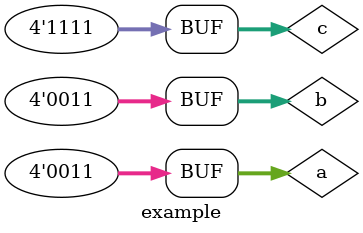
<source format=v>
module example();
	reg 	[3:0] a = 4'b0000;
	reg 	[3:0] b = 4'b0000;
	wire 	[3:0] c = 4'b1111;
	
	initial 
	begin
		#1 	a = 4'b1000;		
		#10 a = 4'b0011;
	end

	initial 
	begin
		#1 	b = 4'b0011;		
	end

	assign c = a | b;
	
endmodule

</source>
